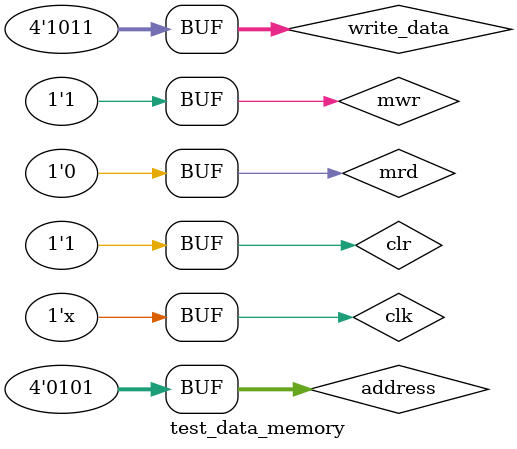
<source format=v>
module data_memory(
		input [3:0]address,
		input [3:0]write_data,
		input clk,
		input clr,
		input mrd,
		input mwr,
		output reg [3:0]read_data);

reg [3:0]mem[15:0];

always@(posedge clk)
begin
	if(!clr)
	begin
		mem[0]<=0;
		mem[1]<=1;
		mem[2]<=2;
		mem[3]<=3;
		mem[4]<=4;
		mem[5]<=5;
		mem[6]<=6;
		mem[7]<=7;
		mem[8]<=8;
		mem[9]<=9;
		mem[10]<=10;
		mem[11]<=11;
		mem[12]<=12;
		mem[13]<=13;
		mem[14]<=14;
		mem[15]<=15;

	end
	else
	begin
		if(!mrd)
		read_data<=mem[address];
		else if(!mwr)
		mem[address]<=write_data;
	end
end

endmodule

module test_data_memory();
reg clk,clr,mrd,mwr;
reg [3:0]address;
reg [3:0]write_data;
wire [3:0]read_data;

data_memory i_dm(address,write_data,clk,clr,mrd,mwr,read_data);

initial 
clk=0;
always
#5 clk=~clk;

initial
begin
clr=0;
#30 clr=1;mrd=1;mwr=1;
#30 mrd=0; address=7;
#30 mrd=1; mwr=0; write_data=11; address=5;
#30 mrd=0; mwr=1; address=5;

end

endmodule
</source>
